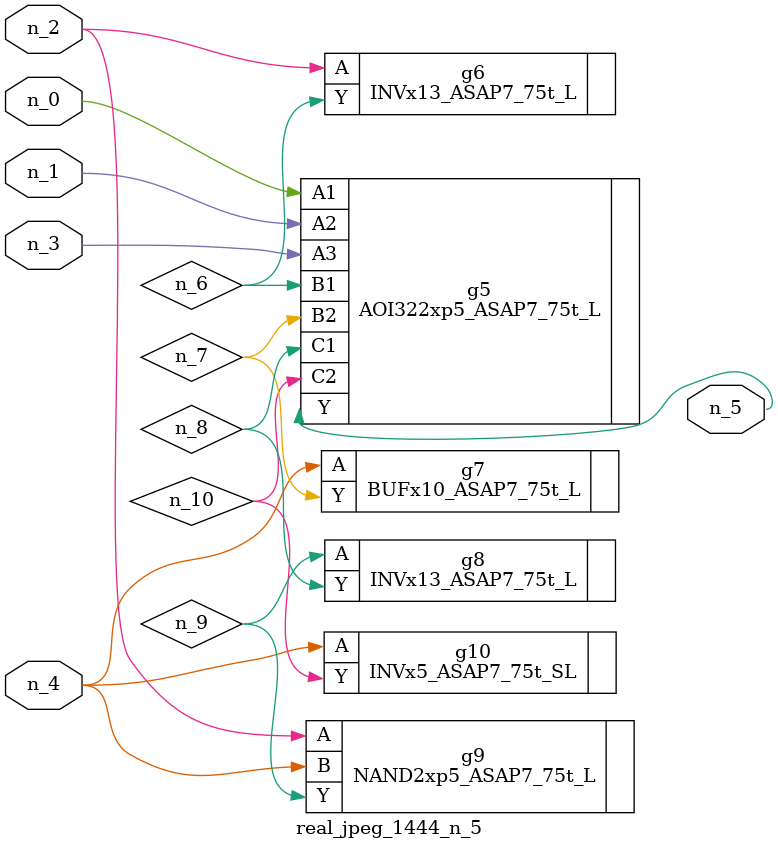
<source format=v>
module real_jpeg_1444_n_5 (n_4, n_0, n_1, n_2, n_3, n_5);

input n_4;
input n_0;
input n_1;
input n_2;
input n_3;

output n_5;

wire n_8;
wire n_6;
wire n_7;
wire n_10;
wire n_9;

AOI322xp5_ASAP7_75t_L g5 ( 
.A1(n_0),
.A2(n_1),
.A3(n_3),
.B1(n_6),
.B2(n_7),
.C1(n_8),
.C2(n_10),
.Y(n_5)
);

INVx13_ASAP7_75t_L g6 ( 
.A(n_2),
.Y(n_6)
);

NAND2xp5_ASAP7_75t_L g9 ( 
.A(n_2),
.B(n_4),
.Y(n_9)
);

BUFx10_ASAP7_75t_L g7 ( 
.A(n_4),
.Y(n_7)
);

INVx5_ASAP7_75t_SL g10 ( 
.A(n_4),
.Y(n_10)
);

INVx13_ASAP7_75t_L g8 ( 
.A(n_9),
.Y(n_8)
);


endmodule
</source>
